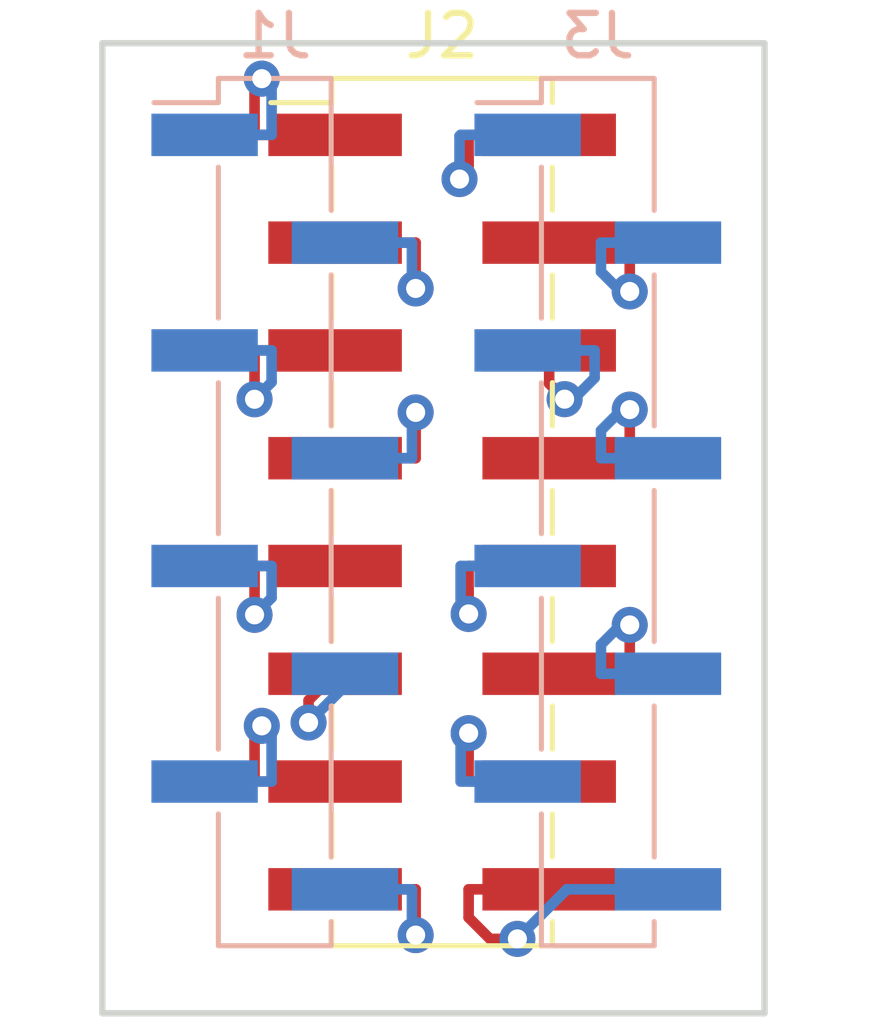
<source format=kicad_pcb>
(kicad_pcb (version 4) (host pcbnew 4.0.7-e2-6376~58~ubuntu16.04.1)

  (general
    (links 16)
    (no_connects 0)
    (area 138.099857 92.834 159.119858 117.324)
    (thickness 1.6)
    (drawings 5)
    (tracks 103)
    (zones 0)
    (modules 3)
    (nets 17)
  )

  (page A4)
  (layers
    (0 F.Cu signal)
    (31 B.Cu signal)
    (32 B.Adhes user)
    (33 F.Adhes user)
    (34 B.Paste user)
    (35 F.Paste user)
    (36 B.SilkS user)
    (37 F.SilkS user)
    (38 B.Mask user)
    (39 F.Mask user)
    (40 Dwgs.User user)
    (41 Cmts.User user)
    (42 Eco1.User user)
    (43 Eco2.User user)
    (44 Edge.Cuts user)
    (45 Margin user)
    (46 B.CrtYd user)
    (47 F.CrtYd user)
    (48 B.Fab user)
    (49 F.Fab user)
  )

  (setup
    (last_trace_width 0.25)
    (trace_clearance 0.2)
    (zone_clearance 0.508)
    (zone_45_only no)
    (trace_min 0.2)
    (segment_width 0.2)
    (edge_width 0.15)
    (via_size 0.85)
    (via_drill 0.45)
    (via_min_size 0.4)
    (via_min_drill 0.3)
    (uvia_size 0.3)
    (uvia_drill 0.1)
    (uvias_allowed no)
    (uvia_min_size 0.2)
    (uvia_min_drill 0.1)
    (pcb_text_width 0.3)
    (pcb_text_size 1.5 1.5)
    (mod_edge_width 0.15)
    (mod_text_size 1 1)
    (mod_text_width 0.15)
    (pad_size 1.524 1.524)
    (pad_drill 0.762)
    (pad_to_mask_clearance 0.2)
    (aux_axis_origin 0 0)
    (visible_elements FFFFFF7F)
    (pcbplotparams
      (layerselection 0x010f0_80000001)
      (usegerberextensions true)
      (excludeedgelayer true)
      (linewidth 0.100000)
      (plotframeref false)
      (viasonmask false)
      (mode 1)
      (useauxorigin false)
      (hpglpennumber 1)
      (hpglpenspeed 20)
      (hpglpendiameter 15)
      (hpglpenoverlay 2)
      (psnegative false)
      (psa4output false)
      (plotreference true)
      (plotvalue true)
      (plotinvisibletext false)
      (padsonsilk false)
      (subtractmaskfromsilk false)
      (outputformat 1)
      (mirror false)
      (drillshape 0)
      (scaleselection 1)
      (outputdirectory r_02x08_2.54_gerber/))
  )

  (net 0 "")
  (net 1 "Net-(J1-Pad2)")
  (net 2 "Net-(J1-Pad4)")
  (net 3 "Net-(J1-Pad6)")
  (net 4 "Net-(J1-Pad8)")
  (net 5 "Net-(J1-Pad1)")
  (net 6 "Net-(J1-Pad3)")
  (net 7 "Net-(J1-Pad5)")
  (net 8 "Net-(J1-Pad7)")
  (net 9 "Net-(J2-Pad2)")
  (net 10 "Net-(J2-Pad4)")
  (net 11 "Net-(J2-Pad6)")
  (net 12 "Net-(J2-Pad8)")
  (net 13 "Net-(J2-Pad10)")
  (net 14 "Net-(J2-Pad12)")
  (net 15 "Net-(J2-Pad14)")
  (net 16 "Net-(J2-Pad16)")

  (net_class Default "This is the default net class."
    (clearance 0.2)
    (trace_width 0.25)
    (via_dia 0.85)
    (via_drill 0.45)
    (uvia_dia 0.3)
    (uvia_drill 0.1)
    (add_net "Net-(J1-Pad1)")
    (add_net "Net-(J1-Pad2)")
    (add_net "Net-(J1-Pad3)")
    (add_net "Net-(J1-Pad4)")
    (add_net "Net-(J1-Pad5)")
    (add_net "Net-(J1-Pad6)")
    (add_net "Net-(J1-Pad7)")
    (add_net "Net-(J1-Pad8)")
    (add_net "Net-(J2-Pad10)")
    (add_net "Net-(J2-Pad12)")
    (add_net "Net-(J2-Pad14)")
    (add_net "Net-(J2-Pad16)")
    (add_net "Net-(J2-Pad2)")
    (add_net "Net-(J2-Pad4)")
    (add_net "Net-(J2-Pad6)")
    (add_net "Net-(J2-Pad8)")
  )

  (module Pin_Headers:Pin_Header_Straight_1x08_Pitch2.54mm_SMD_Pin1Right (layer B.Cu) (tedit 59650532) (tstamp 5A5102EB)
    (at 144.657 105.029 180)
    (descr "surface-mounted straight pin header, 1x08, 2.54mm pitch, single row, style 2 (pin 1 right)")
    (tags "Surface mounted pin header SMD 1x08 2.54mm single row style2 pin1 right")
    (path /5A4D032A)
    (attr smd)
    (fp_text reference J1 (at 0 11.22 180) (layer B.SilkS)
      (effects (font (size 1 1) (thickness 0.15)) (justify mirror))
    )
    (fp_text value Conn_01x08_Odd (at 0 -11.22 180) (layer B.Fab)
      (effects (font (size 1 1) (thickness 0.15)) (justify mirror))
    )
    (fp_line (start 1.27 -10.16) (end -1.27 -10.16) (layer B.Fab) (width 0.1))
    (fp_line (start -1.27 10.16) (end 0.32 10.16) (layer B.Fab) (width 0.1))
    (fp_line (start 1.27 -10.16) (end 1.27 9.21) (layer B.Fab) (width 0.1))
    (fp_line (start 1.27 9.21) (end 0.32 10.16) (layer B.Fab) (width 0.1))
    (fp_line (start -1.27 10.16) (end -1.27 -10.16) (layer B.Fab) (width 0.1))
    (fp_line (start -1.27 6.67) (end -2.54 6.67) (layer B.Fab) (width 0.1))
    (fp_line (start -2.54 6.67) (end -2.54 6.03) (layer B.Fab) (width 0.1))
    (fp_line (start -2.54 6.03) (end -1.27 6.03) (layer B.Fab) (width 0.1))
    (fp_line (start -1.27 1.59) (end -2.54 1.59) (layer B.Fab) (width 0.1))
    (fp_line (start -2.54 1.59) (end -2.54 0.95) (layer B.Fab) (width 0.1))
    (fp_line (start -2.54 0.95) (end -1.27 0.95) (layer B.Fab) (width 0.1))
    (fp_line (start -1.27 -3.49) (end -2.54 -3.49) (layer B.Fab) (width 0.1))
    (fp_line (start -2.54 -3.49) (end -2.54 -4.13) (layer B.Fab) (width 0.1))
    (fp_line (start -2.54 -4.13) (end -1.27 -4.13) (layer B.Fab) (width 0.1))
    (fp_line (start -1.27 -8.57) (end -2.54 -8.57) (layer B.Fab) (width 0.1))
    (fp_line (start -2.54 -8.57) (end -2.54 -9.21) (layer B.Fab) (width 0.1))
    (fp_line (start -2.54 -9.21) (end -1.27 -9.21) (layer B.Fab) (width 0.1))
    (fp_line (start 1.27 9.21) (end 2.54 9.21) (layer B.Fab) (width 0.1))
    (fp_line (start 2.54 9.21) (end 2.54 8.57) (layer B.Fab) (width 0.1))
    (fp_line (start 2.54 8.57) (end 1.27 8.57) (layer B.Fab) (width 0.1))
    (fp_line (start 1.27 4.13) (end 2.54 4.13) (layer B.Fab) (width 0.1))
    (fp_line (start 2.54 4.13) (end 2.54 3.49) (layer B.Fab) (width 0.1))
    (fp_line (start 2.54 3.49) (end 1.27 3.49) (layer B.Fab) (width 0.1))
    (fp_line (start 1.27 -0.95) (end 2.54 -0.95) (layer B.Fab) (width 0.1))
    (fp_line (start 2.54 -0.95) (end 2.54 -1.59) (layer B.Fab) (width 0.1))
    (fp_line (start 2.54 -1.59) (end 1.27 -1.59) (layer B.Fab) (width 0.1))
    (fp_line (start 1.27 -6.03) (end 2.54 -6.03) (layer B.Fab) (width 0.1))
    (fp_line (start 2.54 -6.03) (end 2.54 -6.67) (layer B.Fab) (width 0.1))
    (fp_line (start 2.54 -6.67) (end 1.27 -6.67) (layer B.Fab) (width 0.1))
    (fp_line (start -1.33 10.22) (end 1.33 10.22) (layer B.SilkS) (width 0.12))
    (fp_line (start -1.33 -10.22) (end 1.33 -10.22) (layer B.SilkS) (width 0.12))
    (fp_line (start 1.33 8.13) (end 1.33 4.57) (layer B.SilkS) (width 0.12))
    (fp_line (start 1.33 3.05) (end 1.33 -0.51) (layer B.SilkS) (width 0.12))
    (fp_line (start 1.33 -2.03) (end 1.33 -5.59) (layer B.SilkS) (width 0.12))
    (fp_line (start 1.33 -7.11) (end 1.33 -10.22) (layer B.SilkS) (width 0.12))
    (fp_line (start -1.33 10.22) (end -1.33 7.11) (layer B.SilkS) (width 0.12))
    (fp_line (start 1.33 9.65) (end 2.85 9.65) (layer B.SilkS) (width 0.12))
    (fp_line (start 1.33 10.22) (end 1.33 9.65) (layer B.SilkS) (width 0.12))
    (fp_line (start -1.33 -9.65) (end -1.33 -10.22) (layer B.SilkS) (width 0.12))
    (fp_line (start -1.33 5.59) (end -1.33 2.03) (layer B.SilkS) (width 0.12))
    (fp_line (start -1.33 0.51) (end -1.33 -3.05) (layer B.SilkS) (width 0.12))
    (fp_line (start -1.33 -4.57) (end -1.33 -8.13) (layer B.SilkS) (width 0.12))
    (fp_line (start -3.45 10.7) (end -3.45 -10.7) (layer B.CrtYd) (width 0.05))
    (fp_line (start -3.45 -10.7) (end 3.45 -10.7) (layer B.CrtYd) (width 0.05))
    (fp_line (start 3.45 -10.7) (end 3.45 10.7) (layer B.CrtYd) (width 0.05))
    (fp_line (start 3.45 10.7) (end -3.45 10.7) (layer B.CrtYd) (width 0.05))
    (fp_text user %R (at 0 0 450) (layer B.Fab)
      (effects (font (size 1 1) (thickness 0.15)) (justify mirror))
    )
    (pad 2 smd rect (at -1.655 6.35 180) (size 2.51 1) (layers B.Cu B.Paste B.Mask)
      (net 1 "Net-(J1-Pad2)"))
    (pad 4 smd rect (at -1.655 1.27 180) (size 2.51 1) (layers B.Cu B.Paste B.Mask)
      (net 2 "Net-(J1-Pad4)"))
    (pad 6 smd rect (at -1.655 -3.81 180) (size 2.51 1) (layers B.Cu B.Paste B.Mask)
      (net 3 "Net-(J1-Pad6)"))
    (pad 8 smd rect (at -1.655 -8.89 180) (size 2.51 1) (layers B.Cu B.Paste B.Mask)
      (net 4 "Net-(J1-Pad8)"))
    (pad 1 smd rect (at 1.655 8.89 180) (size 2.51 1) (layers B.Cu B.Paste B.Mask)
      (net 5 "Net-(J1-Pad1)"))
    (pad 3 smd rect (at 1.655 3.81 180) (size 2.51 1) (layers B.Cu B.Paste B.Mask)
      (net 6 "Net-(J1-Pad3)"))
    (pad 5 smd rect (at 1.655 -1.27 180) (size 2.51 1) (layers B.Cu B.Paste B.Mask)
      (net 7 "Net-(J1-Pad5)"))
    (pad 7 smd rect (at 1.655 -6.35 180) (size 2.51 1) (layers B.Cu B.Paste B.Mask)
      (net 8 "Net-(J1-Pad7)"))
    (model ${KISYS3DMOD}/Pin_Headers.3dshapes/Pin_Header_Straight_1x08_Pitch2.54mm_SMD_Pin1Right.wrl
      (at (xyz 0 0 0))
      (scale (xyz 1 1 1))
      (rotate (xyz 0 0 0))
    )
  )

  (module Pin_Headers:Pin_Header_Straight_2x08_Pitch2.54mm_SMD (layer F.Cu) (tedit 59650532) (tstamp 5A5102FF)
    (at 148.605 105.029)
    (descr "surface-mounted straight pin header, 2x08, 2.54mm pitch, double rows")
    (tags "Surface mounted pin header SMD 2x08 2.54mm double row")
    (path /5A4D0298)
    (attr smd)
    (fp_text reference J2 (at 0 -11.22) (layer F.SilkS)
      (effects (font (size 1 1) (thickness 0.15)))
    )
    (fp_text value Conn_02x08_Odd_Even (at 0 11.22) (layer F.Fab)
      (effects (font (size 1 1) (thickness 0.15)))
    )
    (fp_line (start 2.54 10.16) (end -2.54 10.16) (layer F.Fab) (width 0.1))
    (fp_line (start -1.59 -10.16) (end 2.54 -10.16) (layer F.Fab) (width 0.1))
    (fp_line (start -2.54 10.16) (end -2.54 -9.21) (layer F.Fab) (width 0.1))
    (fp_line (start -2.54 -9.21) (end -1.59 -10.16) (layer F.Fab) (width 0.1))
    (fp_line (start 2.54 -10.16) (end 2.54 10.16) (layer F.Fab) (width 0.1))
    (fp_line (start -2.54 -9.21) (end -3.6 -9.21) (layer F.Fab) (width 0.1))
    (fp_line (start -3.6 -9.21) (end -3.6 -8.57) (layer F.Fab) (width 0.1))
    (fp_line (start -3.6 -8.57) (end -2.54 -8.57) (layer F.Fab) (width 0.1))
    (fp_line (start 2.54 -9.21) (end 3.6 -9.21) (layer F.Fab) (width 0.1))
    (fp_line (start 3.6 -9.21) (end 3.6 -8.57) (layer F.Fab) (width 0.1))
    (fp_line (start 3.6 -8.57) (end 2.54 -8.57) (layer F.Fab) (width 0.1))
    (fp_line (start -2.54 -6.67) (end -3.6 -6.67) (layer F.Fab) (width 0.1))
    (fp_line (start -3.6 -6.67) (end -3.6 -6.03) (layer F.Fab) (width 0.1))
    (fp_line (start -3.6 -6.03) (end -2.54 -6.03) (layer F.Fab) (width 0.1))
    (fp_line (start 2.54 -6.67) (end 3.6 -6.67) (layer F.Fab) (width 0.1))
    (fp_line (start 3.6 -6.67) (end 3.6 -6.03) (layer F.Fab) (width 0.1))
    (fp_line (start 3.6 -6.03) (end 2.54 -6.03) (layer F.Fab) (width 0.1))
    (fp_line (start -2.54 -4.13) (end -3.6 -4.13) (layer F.Fab) (width 0.1))
    (fp_line (start -3.6 -4.13) (end -3.6 -3.49) (layer F.Fab) (width 0.1))
    (fp_line (start -3.6 -3.49) (end -2.54 -3.49) (layer F.Fab) (width 0.1))
    (fp_line (start 2.54 -4.13) (end 3.6 -4.13) (layer F.Fab) (width 0.1))
    (fp_line (start 3.6 -4.13) (end 3.6 -3.49) (layer F.Fab) (width 0.1))
    (fp_line (start 3.6 -3.49) (end 2.54 -3.49) (layer F.Fab) (width 0.1))
    (fp_line (start -2.54 -1.59) (end -3.6 -1.59) (layer F.Fab) (width 0.1))
    (fp_line (start -3.6 -1.59) (end -3.6 -0.95) (layer F.Fab) (width 0.1))
    (fp_line (start -3.6 -0.95) (end -2.54 -0.95) (layer F.Fab) (width 0.1))
    (fp_line (start 2.54 -1.59) (end 3.6 -1.59) (layer F.Fab) (width 0.1))
    (fp_line (start 3.6 -1.59) (end 3.6 -0.95) (layer F.Fab) (width 0.1))
    (fp_line (start 3.6 -0.95) (end 2.54 -0.95) (layer F.Fab) (width 0.1))
    (fp_line (start -2.54 0.95) (end -3.6 0.95) (layer F.Fab) (width 0.1))
    (fp_line (start -3.6 0.95) (end -3.6 1.59) (layer F.Fab) (width 0.1))
    (fp_line (start -3.6 1.59) (end -2.54 1.59) (layer F.Fab) (width 0.1))
    (fp_line (start 2.54 0.95) (end 3.6 0.95) (layer F.Fab) (width 0.1))
    (fp_line (start 3.6 0.95) (end 3.6 1.59) (layer F.Fab) (width 0.1))
    (fp_line (start 3.6 1.59) (end 2.54 1.59) (layer F.Fab) (width 0.1))
    (fp_line (start -2.54 3.49) (end -3.6 3.49) (layer F.Fab) (width 0.1))
    (fp_line (start -3.6 3.49) (end -3.6 4.13) (layer F.Fab) (width 0.1))
    (fp_line (start -3.6 4.13) (end -2.54 4.13) (layer F.Fab) (width 0.1))
    (fp_line (start 2.54 3.49) (end 3.6 3.49) (layer F.Fab) (width 0.1))
    (fp_line (start 3.6 3.49) (end 3.6 4.13) (layer F.Fab) (width 0.1))
    (fp_line (start 3.6 4.13) (end 2.54 4.13) (layer F.Fab) (width 0.1))
    (fp_line (start -2.54 6.03) (end -3.6 6.03) (layer F.Fab) (width 0.1))
    (fp_line (start -3.6 6.03) (end -3.6 6.67) (layer F.Fab) (width 0.1))
    (fp_line (start -3.6 6.67) (end -2.54 6.67) (layer F.Fab) (width 0.1))
    (fp_line (start 2.54 6.03) (end 3.6 6.03) (layer F.Fab) (width 0.1))
    (fp_line (start 3.6 6.03) (end 3.6 6.67) (layer F.Fab) (width 0.1))
    (fp_line (start 3.6 6.67) (end 2.54 6.67) (layer F.Fab) (width 0.1))
    (fp_line (start -2.54 8.57) (end -3.6 8.57) (layer F.Fab) (width 0.1))
    (fp_line (start -3.6 8.57) (end -3.6 9.21) (layer F.Fab) (width 0.1))
    (fp_line (start -3.6 9.21) (end -2.54 9.21) (layer F.Fab) (width 0.1))
    (fp_line (start 2.54 8.57) (end 3.6 8.57) (layer F.Fab) (width 0.1))
    (fp_line (start 3.6 8.57) (end 3.6 9.21) (layer F.Fab) (width 0.1))
    (fp_line (start 3.6 9.21) (end 2.54 9.21) (layer F.Fab) (width 0.1))
    (fp_line (start -2.6 -10.22) (end 2.6 -10.22) (layer F.SilkS) (width 0.12))
    (fp_line (start -2.6 10.22) (end 2.6 10.22) (layer F.SilkS) (width 0.12))
    (fp_line (start -4.04 -9.65) (end -2.6 -9.65) (layer F.SilkS) (width 0.12))
    (fp_line (start -2.6 -10.22) (end -2.6 -9.65) (layer F.SilkS) (width 0.12))
    (fp_line (start 2.6 -10.22) (end 2.6 -9.65) (layer F.SilkS) (width 0.12))
    (fp_line (start -2.6 9.65) (end -2.6 10.22) (layer F.SilkS) (width 0.12))
    (fp_line (start 2.6 9.65) (end 2.6 10.22) (layer F.SilkS) (width 0.12))
    (fp_line (start -2.6 -8.13) (end -2.6 -7.11) (layer F.SilkS) (width 0.12))
    (fp_line (start 2.6 -8.13) (end 2.6 -7.11) (layer F.SilkS) (width 0.12))
    (fp_line (start -2.6 -5.59) (end -2.6 -4.57) (layer F.SilkS) (width 0.12))
    (fp_line (start 2.6 -5.59) (end 2.6 -4.57) (layer F.SilkS) (width 0.12))
    (fp_line (start -2.6 -3.05) (end -2.6 -2.03) (layer F.SilkS) (width 0.12))
    (fp_line (start 2.6 -3.05) (end 2.6 -2.03) (layer F.SilkS) (width 0.12))
    (fp_line (start -2.6 -0.51) (end -2.6 0.51) (layer F.SilkS) (width 0.12))
    (fp_line (start 2.6 -0.51) (end 2.6 0.51) (layer F.SilkS) (width 0.12))
    (fp_line (start -2.6 2.03) (end -2.6 3.05) (layer F.SilkS) (width 0.12))
    (fp_line (start 2.6 2.03) (end 2.6 3.05) (layer F.SilkS) (width 0.12))
    (fp_line (start -2.6 4.57) (end -2.6 5.59) (layer F.SilkS) (width 0.12))
    (fp_line (start 2.6 4.57) (end 2.6 5.59) (layer F.SilkS) (width 0.12))
    (fp_line (start -2.6 7.11) (end -2.6 8.13) (layer F.SilkS) (width 0.12))
    (fp_line (start 2.6 7.11) (end 2.6 8.13) (layer F.SilkS) (width 0.12))
    (fp_line (start -5.9 -10.7) (end -5.9 10.7) (layer F.CrtYd) (width 0.05))
    (fp_line (start -5.9 10.7) (end 5.9 10.7) (layer F.CrtYd) (width 0.05))
    (fp_line (start 5.9 10.7) (end 5.9 -10.7) (layer F.CrtYd) (width 0.05))
    (fp_line (start 5.9 -10.7) (end -5.9 -10.7) (layer F.CrtYd) (width 0.05))
    (fp_text user %R (at 0 0 90) (layer F.Fab)
      (effects (font (size 1 1) (thickness 0.15)))
    )
    (pad 1 smd rect (at -2.525 -8.89) (size 3.15 1) (layers F.Cu F.Paste F.Mask)
      (net 5 "Net-(J1-Pad1)"))
    (pad 2 smd rect (at 2.525 -8.89) (size 3.15 1) (layers F.Cu F.Paste F.Mask)
      (net 9 "Net-(J2-Pad2)"))
    (pad 3 smd rect (at -2.525 -6.35) (size 3.15 1) (layers F.Cu F.Paste F.Mask)
      (net 1 "Net-(J1-Pad2)"))
    (pad 4 smd rect (at 2.525 -6.35) (size 3.15 1) (layers F.Cu F.Paste F.Mask)
      (net 10 "Net-(J2-Pad4)"))
    (pad 5 smd rect (at -2.525 -3.81) (size 3.15 1) (layers F.Cu F.Paste F.Mask)
      (net 6 "Net-(J1-Pad3)"))
    (pad 6 smd rect (at 2.525 -3.81) (size 3.15 1) (layers F.Cu F.Paste F.Mask)
      (net 11 "Net-(J2-Pad6)"))
    (pad 7 smd rect (at -2.525 -1.27) (size 3.15 1) (layers F.Cu F.Paste F.Mask)
      (net 2 "Net-(J1-Pad4)"))
    (pad 8 smd rect (at 2.525 -1.27) (size 3.15 1) (layers F.Cu F.Paste F.Mask)
      (net 12 "Net-(J2-Pad8)"))
    (pad 9 smd rect (at -2.525 1.27) (size 3.15 1) (layers F.Cu F.Paste F.Mask)
      (net 7 "Net-(J1-Pad5)"))
    (pad 10 smd rect (at 2.525 1.27) (size 3.15 1) (layers F.Cu F.Paste F.Mask)
      (net 13 "Net-(J2-Pad10)"))
    (pad 11 smd rect (at -2.525 3.81) (size 3.15 1) (layers F.Cu F.Paste F.Mask)
      (net 3 "Net-(J1-Pad6)"))
    (pad 12 smd rect (at 2.525 3.81) (size 3.15 1) (layers F.Cu F.Paste F.Mask)
      (net 14 "Net-(J2-Pad12)"))
    (pad 13 smd rect (at -2.525 6.35) (size 3.15 1) (layers F.Cu F.Paste F.Mask)
      (net 8 "Net-(J1-Pad7)"))
    (pad 14 smd rect (at 2.525 6.35) (size 3.15 1) (layers F.Cu F.Paste F.Mask)
      (net 15 "Net-(J2-Pad14)"))
    (pad 15 smd rect (at -2.525 8.89) (size 3.15 1) (layers F.Cu F.Paste F.Mask)
      (net 4 "Net-(J1-Pad8)"))
    (pad 16 smd rect (at 2.525 8.89) (size 3.15 1) (layers F.Cu F.Paste F.Mask)
      (net 16 "Net-(J2-Pad16)"))
    (model ${KISYS3DMOD}/Pin_Headers.3dshapes/Pin_Header_Straight_2x08_Pitch2.54mm_SMD.wrl
      (at (xyz 0 0 0))
      (scale (xyz 1 1 1))
      (rotate (xyz 0 0 0))
    )
  )

  (module Pin_Headers:Pin_Header_Straight_1x08_Pitch2.54mm_SMD_Pin1Right (layer B.Cu) (tedit 59650532) (tstamp 5A51030B)
    (at 152.277 105.029 180)
    (descr "surface-mounted straight pin header, 1x08, 2.54mm pitch, single row, style 2 (pin 1 right)")
    (tags "Surface mounted pin header SMD 1x08 2.54mm single row style2 pin1 right")
    (path /5A4D036F)
    (attr smd)
    (fp_text reference J3 (at 0 11.22 180) (layer B.SilkS)
      (effects (font (size 1 1) (thickness 0.15)) (justify mirror))
    )
    (fp_text value Conn_01x08_Even (at 0 -11.22 180) (layer B.Fab)
      (effects (font (size 1 1) (thickness 0.15)) (justify mirror))
    )
    (fp_line (start 1.27 -10.16) (end -1.27 -10.16) (layer B.Fab) (width 0.1))
    (fp_line (start -1.27 10.16) (end 0.32 10.16) (layer B.Fab) (width 0.1))
    (fp_line (start 1.27 -10.16) (end 1.27 9.21) (layer B.Fab) (width 0.1))
    (fp_line (start 1.27 9.21) (end 0.32 10.16) (layer B.Fab) (width 0.1))
    (fp_line (start -1.27 10.16) (end -1.27 -10.16) (layer B.Fab) (width 0.1))
    (fp_line (start -1.27 6.67) (end -2.54 6.67) (layer B.Fab) (width 0.1))
    (fp_line (start -2.54 6.67) (end -2.54 6.03) (layer B.Fab) (width 0.1))
    (fp_line (start -2.54 6.03) (end -1.27 6.03) (layer B.Fab) (width 0.1))
    (fp_line (start -1.27 1.59) (end -2.54 1.59) (layer B.Fab) (width 0.1))
    (fp_line (start -2.54 1.59) (end -2.54 0.95) (layer B.Fab) (width 0.1))
    (fp_line (start -2.54 0.95) (end -1.27 0.95) (layer B.Fab) (width 0.1))
    (fp_line (start -1.27 -3.49) (end -2.54 -3.49) (layer B.Fab) (width 0.1))
    (fp_line (start -2.54 -3.49) (end -2.54 -4.13) (layer B.Fab) (width 0.1))
    (fp_line (start -2.54 -4.13) (end -1.27 -4.13) (layer B.Fab) (width 0.1))
    (fp_line (start -1.27 -8.57) (end -2.54 -8.57) (layer B.Fab) (width 0.1))
    (fp_line (start -2.54 -8.57) (end -2.54 -9.21) (layer B.Fab) (width 0.1))
    (fp_line (start -2.54 -9.21) (end -1.27 -9.21) (layer B.Fab) (width 0.1))
    (fp_line (start 1.27 9.21) (end 2.54 9.21) (layer B.Fab) (width 0.1))
    (fp_line (start 2.54 9.21) (end 2.54 8.57) (layer B.Fab) (width 0.1))
    (fp_line (start 2.54 8.57) (end 1.27 8.57) (layer B.Fab) (width 0.1))
    (fp_line (start 1.27 4.13) (end 2.54 4.13) (layer B.Fab) (width 0.1))
    (fp_line (start 2.54 4.13) (end 2.54 3.49) (layer B.Fab) (width 0.1))
    (fp_line (start 2.54 3.49) (end 1.27 3.49) (layer B.Fab) (width 0.1))
    (fp_line (start 1.27 -0.95) (end 2.54 -0.95) (layer B.Fab) (width 0.1))
    (fp_line (start 2.54 -0.95) (end 2.54 -1.59) (layer B.Fab) (width 0.1))
    (fp_line (start 2.54 -1.59) (end 1.27 -1.59) (layer B.Fab) (width 0.1))
    (fp_line (start 1.27 -6.03) (end 2.54 -6.03) (layer B.Fab) (width 0.1))
    (fp_line (start 2.54 -6.03) (end 2.54 -6.67) (layer B.Fab) (width 0.1))
    (fp_line (start 2.54 -6.67) (end 1.27 -6.67) (layer B.Fab) (width 0.1))
    (fp_line (start -1.33 10.22) (end 1.33 10.22) (layer B.SilkS) (width 0.12))
    (fp_line (start -1.33 -10.22) (end 1.33 -10.22) (layer B.SilkS) (width 0.12))
    (fp_line (start 1.33 8.13) (end 1.33 4.57) (layer B.SilkS) (width 0.12))
    (fp_line (start 1.33 3.05) (end 1.33 -0.51) (layer B.SilkS) (width 0.12))
    (fp_line (start 1.33 -2.03) (end 1.33 -5.59) (layer B.SilkS) (width 0.12))
    (fp_line (start 1.33 -7.11) (end 1.33 -10.22) (layer B.SilkS) (width 0.12))
    (fp_line (start -1.33 10.22) (end -1.33 7.11) (layer B.SilkS) (width 0.12))
    (fp_line (start 1.33 9.65) (end 2.85 9.65) (layer B.SilkS) (width 0.12))
    (fp_line (start 1.33 10.22) (end 1.33 9.65) (layer B.SilkS) (width 0.12))
    (fp_line (start -1.33 -9.65) (end -1.33 -10.22) (layer B.SilkS) (width 0.12))
    (fp_line (start -1.33 5.59) (end -1.33 2.03) (layer B.SilkS) (width 0.12))
    (fp_line (start -1.33 0.51) (end -1.33 -3.05) (layer B.SilkS) (width 0.12))
    (fp_line (start -1.33 -4.57) (end -1.33 -8.13) (layer B.SilkS) (width 0.12))
    (fp_line (start -3.45 10.7) (end -3.45 -10.7) (layer B.CrtYd) (width 0.05))
    (fp_line (start -3.45 -10.7) (end 3.45 -10.7) (layer B.CrtYd) (width 0.05))
    (fp_line (start 3.45 -10.7) (end 3.45 10.7) (layer B.CrtYd) (width 0.05))
    (fp_line (start 3.45 10.7) (end -3.45 10.7) (layer B.CrtYd) (width 0.05))
    (fp_text user %R (at 0 0 450) (layer B.Fab)
      (effects (font (size 1 1) (thickness 0.15)) (justify mirror))
    )
    (pad 2 smd rect (at -1.655 6.35 180) (size 2.51 1) (layers B.Cu B.Paste B.Mask)
      (net 10 "Net-(J2-Pad4)"))
    (pad 4 smd rect (at -1.655 1.27 180) (size 2.51 1) (layers B.Cu B.Paste B.Mask)
      (net 12 "Net-(J2-Pad8)"))
    (pad 6 smd rect (at -1.655 -3.81 180) (size 2.51 1) (layers B.Cu B.Paste B.Mask)
      (net 14 "Net-(J2-Pad12)"))
    (pad 8 smd rect (at -1.655 -8.89 180) (size 2.51 1) (layers B.Cu B.Paste B.Mask)
      (net 16 "Net-(J2-Pad16)"))
    (pad 1 smd rect (at 1.655 8.89 180) (size 2.51 1) (layers B.Cu B.Paste B.Mask)
      (net 9 "Net-(J2-Pad2)"))
    (pad 3 smd rect (at 1.655 3.81 180) (size 2.51 1) (layers B.Cu B.Paste B.Mask)
      (net 11 "Net-(J2-Pad6)"))
    (pad 5 smd rect (at 1.655 -1.27 180) (size 2.51 1) (layers B.Cu B.Paste B.Mask)
      (net 13 "Net-(J2-Pad10)"))
    (pad 7 smd rect (at 1.655 -6.35 180) (size 2.51 1) (layers B.Cu B.Paste B.Mask)
      (net 15 "Net-(J2-Pad14)"))
    (model ${KISYS3DMOD}/Pin_Headers.3dshapes/Pin_Header_Straight_1x08_Pitch2.54mm_SMD_Pin1Right.wrl
      (at (xyz 0 0 0))
      (scale (xyz 1 1 1))
      (rotate (xyz 0 0 0))
    )
  )

  (gr_line (start 140.589 93.98) (end 156.21 93.98) (layer Edge.Cuts) (width 0.15))
  (gr_line (start 140.589 116.84) (end 140.589 93.98) (layer Edge.Cuts) (width 0.15))
  (gr_line (start 140.97 116.84) (end 140.589 116.84) (layer Edge.Cuts) (width 0.15))
  (gr_line (start 156.21 116.84) (end 140.97 116.84) (layer Edge.Cuts) (width 0.15))
  (gr_line (start 156.21 93.98) (end 156.21 116.84) (layer Edge.Cuts) (width 0.15))

  (via (at 147.9803 99.7586) (size 0.85) (layers F.Cu B.Cu) (net 1))
  (segment (start 146.08 98.679) (end 147.9803 98.679) (width 0.25) (layer F.Cu) (net 1))
  (segment (start 146.312 98.679) (end 147.8923 98.679) (width 0.25) (layer B.Cu) (net 1))
  (segment (start 147.8923 99.6706) (end 147.9803 99.7586) (width 0.25) (layer B.Cu) (net 1))
  (segment (start 147.8923 98.679) (end 147.8923 99.6706) (width 0.25) (layer B.Cu) (net 1))
  (segment (start 147.9803 98.679) (end 147.9803 99.7586) (width 0.25) (layer F.Cu) (net 1))
  (via (at 147.9803 102.6793) (size 0.85) (layers F.Cu B.Cu) (net 2))
  (segment (start 146.08 103.759) (end 147.9803 103.759) (width 0.25) (layer F.Cu) (net 2))
  (segment (start 146.312 103.759) (end 147.8923 103.759) (width 0.25) (layer B.Cu) (net 2))
  (segment (start 147.8923 102.7673) (end 147.9803 102.6793) (width 0.25) (layer B.Cu) (net 2))
  (segment (start 147.8923 103.759) (end 147.8923 102.7673) (width 0.25) (layer B.Cu) (net 2))
  (segment (start 147.9803 103.759) (end 147.9803 102.6793) (width 0.25) (layer F.Cu) (net 2))
  (via (at 145.4538 109.9883) (size 0.85) (layers F.Cu B.Cu) (net 3))
  (segment (start 146.312 109.1301) (end 145.4538 109.9883) (width 0.25) (layer B.Cu) (net 3))
  (segment (start 146.312 108.839) (end 146.312 109.1301) (width 0.25) (layer B.Cu) (net 3))
  (segment (start 145.4538 109.4652) (end 145.4538 109.9883) (width 0.25) (layer F.Cu) (net 3))
  (segment (start 146.08 108.839) (end 145.4538 109.4652) (width 0.25) (layer F.Cu) (net 3))
  (via (at 147.9803 114.998) (size 0.85) (layers F.Cu B.Cu) (net 4))
  (segment (start 146.08 113.919) (end 147.9803 113.919) (width 0.25) (layer F.Cu) (net 4))
  (segment (start 146.312 113.919) (end 147.8923 113.919) (width 0.25) (layer B.Cu) (net 4))
  (segment (start 147.8923 114.91) (end 147.9803 114.998) (width 0.25) (layer B.Cu) (net 4))
  (segment (start 147.8923 113.919) (end 147.8923 114.91) (width 0.25) (layer B.Cu) (net 4))
  (segment (start 147.9803 113.919) (end 147.9803 114.998) (width 0.25) (layer F.Cu) (net 4))
  (via (at 144.3507 94.8145) (size 0.85) (layers F.Cu B.Cu) (net 5))
  (segment (start 144.1797 94.9855) (end 144.3507 94.8145) (width 0.25) (layer F.Cu) (net 5))
  (segment (start 144.1797 96.139) (end 144.1797 94.9855) (width 0.25) (layer F.Cu) (net 5))
  (segment (start 144.5823 95.0461) (end 144.5823 96.139) (width 0.25) (layer B.Cu) (net 5))
  (segment (start 144.3507 94.8145) (end 144.5823 95.0461) (width 0.25) (layer B.Cu) (net 5))
  (segment (start 146.08 96.139) (end 144.1797 96.139) (width 0.25) (layer F.Cu) (net 5))
  (segment (start 143.002 96.139) (end 144.5823 96.139) (width 0.25) (layer B.Cu) (net 5))
  (via (at 144.1797 102.37) (size 0.85) (layers F.Cu B.Cu) (net 6))
  (segment (start 146.08 101.219) (end 144.1797 101.219) (width 0.25) (layer F.Cu) (net 6))
  (segment (start 143.002 101.219) (end 144.5823 101.219) (width 0.25) (layer B.Cu) (net 6))
  (segment (start 144.5823 101.9674) (end 144.1797 102.37) (width 0.25) (layer B.Cu) (net 6))
  (segment (start 144.5823 101.219) (end 144.5823 101.9674) (width 0.25) (layer B.Cu) (net 6))
  (segment (start 144.1797 101.219) (end 144.1797 102.37) (width 0.25) (layer F.Cu) (net 6))
  (via (at 144.1797 107.45) (size 0.85) (layers F.Cu B.Cu) (net 7))
  (segment (start 146.08 106.299) (end 144.1797 106.299) (width 0.25) (layer F.Cu) (net 7))
  (segment (start 143.002 106.299) (end 144.5823 106.299) (width 0.25) (layer B.Cu) (net 7))
  (segment (start 144.5823 107.0474) (end 144.1797 107.45) (width 0.25) (layer B.Cu) (net 7))
  (segment (start 144.5823 106.299) (end 144.5823 107.0474) (width 0.25) (layer B.Cu) (net 7))
  (segment (start 144.1797 106.299) (end 144.1797 107.45) (width 0.25) (layer F.Cu) (net 7))
  (via (at 144.3507 110.0661) (size 0.85) (layers F.Cu B.Cu) (net 8))
  (segment (start 144.1797 110.2371) (end 144.3507 110.0661) (width 0.25) (layer F.Cu) (net 8))
  (segment (start 144.1797 111.379) (end 144.1797 110.2371) (width 0.25) (layer F.Cu) (net 8))
  (segment (start 144.5823 110.2977) (end 144.5823 111.379) (width 0.25) (layer B.Cu) (net 8))
  (segment (start 144.3507 110.0661) (end 144.5823 110.2977) (width 0.25) (layer B.Cu) (net 8))
  (segment (start 146.08 111.379) (end 144.1797 111.379) (width 0.25) (layer F.Cu) (net 8))
  (segment (start 143.002 111.379) (end 144.5823 111.379) (width 0.25) (layer B.Cu) (net 8))
  (via (at 149.015 97.181) (size 0.85) (layers F.Cu B.Cu) (net 9))
  (segment (start 149.015 96.1657) (end 149.0417 96.139) (width 0.25) (layer B.Cu) (net 9))
  (segment (start 149.015 97.181) (end 149.015 96.1657) (width 0.25) (layer B.Cu) (net 9))
  (segment (start 149.2297 96.9663) (end 149.015 97.181) (width 0.25) (layer F.Cu) (net 9))
  (segment (start 149.2297 96.139) (end 149.2297 96.9663) (width 0.25) (layer F.Cu) (net 9))
  (segment (start 150.622 96.139) (end 149.0417 96.139) (width 0.25) (layer B.Cu) (net 9))
  (segment (start 151.13 96.139) (end 149.2297 96.139) (width 0.25) (layer F.Cu) (net 9))
  (via (at 153.0303 99.8298) (size 0.85) (layers F.Cu B.Cu) (net 10))
  (segment (start 151.13 98.679) (end 153.0303 98.679) (width 0.25) (layer F.Cu) (net 10))
  (segment (start 153.932 98.679) (end 152.3517 98.679) (width 0.25) (layer B.Cu) (net 10))
  (segment (start 152.816 99.8298) (end 153.0303 99.8298) (width 0.25) (layer B.Cu) (net 10))
  (segment (start 152.3517 99.3655) (end 152.816 99.8298) (width 0.25) (layer B.Cu) (net 10))
  (segment (start 152.3517 98.679) (end 152.3517 99.3655) (width 0.25) (layer B.Cu) (net 10))
  (segment (start 153.0303 98.679) (end 153.0303 99.8298) (width 0.25) (layer F.Cu) (net 10))
  (via (at 151.4944 102.3675) (size 0.85) (layers F.Cu B.Cu) (net 11))
  (segment (start 152.2023 101.8673) (end 152.2023 101.219) (width 0.25) (layer B.Cu) (net 11))
  (segment (start 151.7021 102.3675) (end 152.2023 101.8673) (width 0.25) (layer B.Cu) (net 11))
  (segment (start 151.4944 102.3675) (end 151.7021 102.3675) (width 0.25) (layer B.Cu) (net 11))
  (segment (start 151.13 102.0031) (end 151.4944 102.3675) (width 0.25) (layer F.Cu) (net 11))
  (segment (start 151.13 101.219) (end 151.13 102.0031) (width 0.25) (layer F.Cu) (net 11))
  (segment (start 150.622 101.219) (end 152.2023 101.219) (width 0.25) (layer B.Cu) (net 11))
  (via (at 153.0303 102.6141) (size 0.85) (layers F.Cu B.Cu) (net 12))
  (segment (start 151.13 103.759) (end 153.0303 103.759) (width 0.25) (layer F.Cu) (net 12))
  (segment (start 153.932 103.759) (end 152.3517 103.759) (width 0.25) (layer B.Cu) (net 12))
  (segment (start 152.8427 102.6141) (end 153.0303 102.6141) (width 0.25) (layer B.Cu) (net 12))
  (segment (start 152.3517 103.1051) (end 152.8427 102.6141) (width 0.25) (layer B.Cu) (net 12))
  (segment (start 152.3517 103.759) (end 152.3517 103.1051) (width 0.25) (layer B.Cu) (net 12))
  (segment (start 153.0303 103.759) (end 153.0303 102.6141) (width 0.25) (layer F.Cu) (net 12))
  (via (at 149.2297 107.4291) (size 0.85) (layers F.Cu B.Cu) (net 13))
  (segment (start 151.13 106.299) (end 149.2297 106.299) (width 0.25) (layer F.Cu) (net 13))
  (segment (start 149.0417 107.2411) (end 149.2297 107.4291) (width 0.25) (layer B.Cu) (net 13))
  (segment (start 149.0417 106.299) (end 149.0417 107.2411) (width 0.25) (layer B.Cu) (net 13))
  (segment (start 149.2297 106.299) (end 149.2297 107.4291) (width 0.25) (layer F.Cu) (net 13))
  (segment (start 150.622 106.299) (end 149.0417 106.299) (width 0.25) (layer B.Cu) (net 13))
  (via (at 153.0303 107.6882) (size 0.85) (layers F.Cu B.Cu) (net 14))
  (segment (start 151.13 108.839) (end 153.0303 108.839) (width 0.25) (layer F.Cu) (net 14))
  (segment (start 153.932 108.839) (end 152.3517 108.839) (width 0.25) (layer B.Cu) (net 14))
  (segment (start 152.816 107.6882) (end 153.0303 107.6882) (width 0.25) (layer B.Cu) (net 14))
  (segment (start 152.3517 108.1525) (end 152.816 107.6882) (width 0.25) (layer B.Cu) (net 14))
  (segment (start 152.3517 108.839) (end 152.3517 108.1525) (width 0.25) (layer B.Cu) (net 14))
  (segment (start 153.0303 108.839) (end 153.0303 107.6882) (width 0.25) (layer F.Cu) (net 14))
  (via (at 149.2297 110.2388) (size 0.85) (layers F.Cu B.Cu) (net 15))
  (segment (start 151.13 111.379) (end 149.2297 111.379) (width 0.25) (layer F.Cu) (net 15))
  (segment (start 149.0417 110.4268) (end 149.2297 110.2388) (width 0.25) (layer B.Cu) (net 15))
  (segment (start 149.0417 111.379) (end 149.0417 110.4268) (width 0.25) (layer B.Cu) (net 15))
  (segment (start 149.2297 111.379) (end 149.2297 110.2388) (width 0.25) (layer F.Cu) (net 15))
  (segment (start 150.622 111.379) (end 149.0417 111.379) (width 0.25) (layer B.Cu) (net 15))
  (via (at 150.3801 115.087) (size 0.85) (layers F.Cu B.Cu) (net 16))
  (segment (start 151.5481 113.919) (end 150.3801 115.087) (width 0.25) (layer B.Cu) (net 16))
  (segment (start 153.932 113.919) (end 151.5481 113.919) (width 0.25) (layer B.Cu) (net 16))
  (segment (start 149.7329 115.087) (end 150.3801 115.087) (width 0.25) (layer F.Cu) (net 16))
  (segment (start 149.2297 114.5838) (end 149.7329 115.087) (width 0.25) (layer F.Cu) (net 16))
  (segment (start 149.2297 113.919) (end 149.2297 114.5838) (width 0.25) (layer F.Cu) (net 16))
  (segment (start 151.13 113.919) (end 149.2297 113.919) (width 0.25) (layer F.Cu) (net 16))

)

</source>
